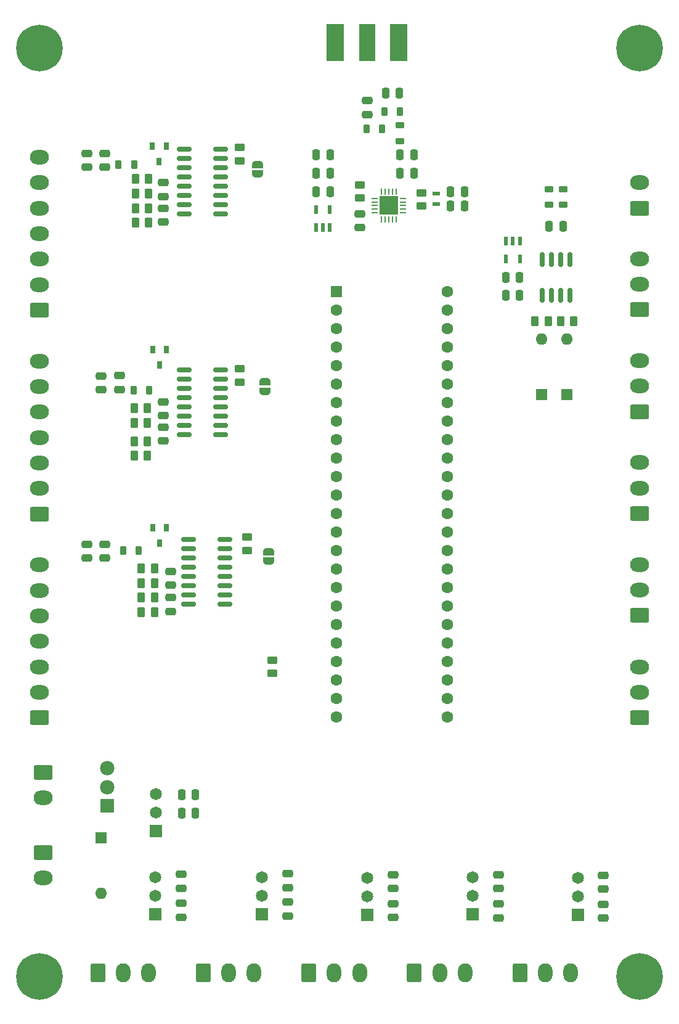
<source format=gbr>
%TF.GenerationSoftware,KiCad,Pcbnew,7.0.9*%
%TF.CreationDate,2024-08-13T21:33:33-05:00*%
%TF.ProjectId,TestStand,54657374-5374-4616-9e64-2e6b69636164,rev?*%
%TF.SameCoordinates,Original*%
%TF.FileFunction,Soldermask,Top*%
%TF.FilePolarity,Negative*%
%FSLAX46Y46*%
G04 Gerber Fmt 4.6, Leading zero omitted, Abs format (unit mm)*
G04 Created by KiCad (PCBNEW 7.0.9) date 2024-08-13 21:33:33*
%MOMM*%
%LPD*%
G01*
G04 APERTURE LIST*
G04 Aperture macros list*
%AMRoundRect*
0 Rectangle with rounded corners*
0 $1 Rounding radius*
0 $2 $3 $4 $5 $6 $7 $8 $9 X,Y pos of 4 corners*
0 Add a 4 corners polygon primitive as box body*
4,1,4,$2,$3,$4,$5,$6,$7,$8,$9,$2,$3,0*
0 Add four circle primitives for the rounded corners*
1,1,$1+$1,$2,$3*
1,1,$1+$1,$4,$5*
1,1,$1+$1,$6,$7*
1,1,$1+$1,$8,$9*
0 Add four rect primitives between the rounded corners*
20,1,$1+$1,$2,$3,$4,$5,0*
20,1,$1+$1,$4,$5,$6,$7,0*
20,1,$1+$1,$6,$7,$8,$9,0*
20,1,$1+$1,$8,$9,$2,$3,0*%
%AMFreePoly0*
4,1,19,0.500000,-0.750000,0.000000,-0.750000,0.000000,-0.744911,-0.071157,-0.744911,-0.207708,-0.704816,-0.327430,-0.627875,-0.420627,-0.520320,-0.479746,-0.390866,-0.500000,-0.250000,-0.500000,0.250000,-0.479746,0.390866,-0.420627,0.520320,-0.327430,0.627875,-0.207708,0.704816,-0.071157,0.744911,0.000000,0.744911,0.000000,0.750000,0.500000,0.750000,0.500000,-0.750000,0.500000,-0.750000,
$1*%
%AMFreePoly1*
4,1,19,0.000000,0.744911,0.071157,0.744911,0.207708,0.704816,0.327430,0.627875,0.420627,0.520320,0.479746,0.390866,0.500000,0.250000,0.500000,-0.250000,0.479746,-0.390866,0.420627,-0.520320,0.327430,-0.627875,0.207708,-0.704816,0.071157,-0.744911,0.000000,-0.744911,0.000000,-0.750000,-0.500000,-0.750000,-0.500000,0.750000,0.000000,0.750000,0.000000,0.744911,0.000000,0.744911,
$1*%
G04 Aperture macros list end*
%ADD10R,1.651000X1.651000*%
%ADD11C,1.651000*%
%ADD12R,1.600000X1.600000*%
%ADD13C,1.600000*%
%ADD14C,6.400000*%
%ADD15O,1.600000X1.600000*%
%ADD16RoundRect,0.250000X-1.050000X0.750000X-1.050000X-0.750000X1.050000X-0.750000X1.050000X0.750000X0*%
%ADD17O,2.600000X2.000000*%
%ADD18R,1.980000X1.980000*%
%ADD19C,1.980000*%
%ADD20RoundRect,0.250000X0.475000X-0.250000X0.475000X0.250000X-0.475000X0.250000X-0.475000X-0.250000X0*%
%ADD21RoundRect,0.250000X0.250000X0.475000X-0.250000X0.475000X-0.250000X-0.475000X0.250000X-0.475000X0*%
%ADD22RoundRect,0.250000X0.450000X-0.262500X0.450000X0.262500X-0.450000X0.262500X-0.450000X-0.262500X0*%
%ADD23R,1.100000X0.600000*%
%ADD24R,0.558800X1.270000*%
%ADD25RoundRect,0.062500X0.062500X-0.350000X0.062500X0.350000X-0.062500X0.350000X-0.062500X-0.350000X0*%
%ADD26RoundRect,0.062500X0.350000X-0.062500X0.350000X0.062500X-0.350000X0.062500X-0.350000X-0.062500X0*%
%ADD27R,2.500000X2.500000*%
%ADD28RoundRect,0.150000X-0.150000X0.825000X-0.150000X-0.825000X0.150000X-0.825000X0.150000X0.825000X0*%
%ADD29RoundRect,0.250000X-0.450000X0.262500X-0.450000X-0.262500X0.450000X-0.262500X0.450000X0.262500X0*%
%ADD30RoundRect,0.250000X0.262500X0.450000X-0.262500X0.450000X-0.262500X-0.450000X0.262500X-0.450000X0*%
%ADD31RoundRect,0.218750X0.218750X0.381250X-0.218750X0.381250X-0.218750X-0.381250X0.218750X-0.381250X0*%
%ADD32RoundRect,0.218750X0.381250X-0.218750X0.381250X0.218750X-0.381250X0.218750X-0.381250X-0.218750X0*%
%ADD33R,2.290000X5.080000*%
%ADD34R,2.420000X5.080000*%
%ADD35RoundRect,0.250000X1.050000X-0.750000X1.050000X0.750000X-1.050000X0.750000X-1.050000X-0.750000X0*%
%ADD36RoundRect,0.218750X-0.381250X0.218750X-0.381250X-0.218750X0.381250X-0.218750X0.381250X0.218750X0*%
%ADD37RoundRect,0.250000X-0.250000X-0.475000X0.250000X-0.475000X0.250000X0.475000X-0.250000X0.475000X0*%
%ADD38RoundRect,0.250000X-0.750000X-1.050000X0.750000X-1.050000X0.750000X1.050000X-0.750000X1.050000X0*%
%ADD39O,2.000000X2.600000*%
%ADD40FreePoly0,90.000000*%
%ADD41FreePoly1,90.000000*%
%ADD42RoundRect,0.250000X-0.262500X-0.450000X0.262500X-0.450000X0.262500X0.450000X-0.262500X0.450000X0*%
%ADD43R,0.650000X1.100000*%
%ADD44RoundRect,0.150000X-0.850000X-0.150000X0.850000X-0.150000X0.850000X0.150000X-0.850000X0.150000X0*%
%ADD45RoundRect,0.250000X-0.475000X0.250000X-0.475000X-0.250000X0.475000X-0.250000X0.475000X0.250000X0*%
%ADD46RoundRect,0.218750X-0.218750X-0.381250X0.218750X-0.381250X0.218750X0.381250X-0.218750X0.381250X0*%
G04 APERTURE END LIST*
D10*
%TO.C,CR6*%
X101500000Y-187080000D03*
D11*
X101500000Y-184540000D03*
X101500000Y-182000000D03*
%TD*%
D12*
%TO.C,U4*%
X68300000Y-101460000D03*
D13*
X68300000Y-104000000D03*
X68300000Y-106540000D03*
X68300000Y-109080000D03*
X68300000Y-111620000D03*
X68300000Y-114160000D03*
X68300000Y-116700000D03*
X68300000Y-119240000D03*
X68300000Y-121780000D03*
X68300000Y-124320000D03*
X68300000Y-126860000D03*
X68300000Y-129400000D03*
X68300000Y-131940000D03*
X68300000Y-134480000D03*
X68300000Y-137020000D03*
X68300000Y-139560000D03*
X68300000Y-142100000D03*
X68300000Y-144640000D03*
X68300000Y-147180000D03*
X68300000Y-149720000D03*
X68300000Y-152260000D03*
X68300000Y-154800000D03*
X68300000Y-157340000D03*
X68300000Y-159880000D03*
X83540000Y-159880000D03*
X83540000Y-157340000D03*
X83540000Y-154800000D03*
X83540000Y-152260000D03*
X83540000Y-149720000D03*
X83540000Y-147180000D03*
X83540000Y-144640000D03*
X83540000Y-142100000D03*
X83540000Y-139560000D03*
X83540000Y-137020000D03*
X83540000Y-134480000D03*
X83540000Y-131940000D03*
X83540000Y-129400000D03*
X83540000Y-126860000D03*
X83540000Y-124320000D03*
X83540000Y-121780000D03*
X83540000Y-119240000D03*
X83540000Y-116700000D03*
X83540000Y-114160000D03*
X83540000Y-111620000D03*
X83540000Y-109080000D03*
X83540000Y-106540000D03*
X83540000Y-104000000D03*
X83540000Y-101460000D03*
%TD*%
D14*
%TO.C,H4*%
X27500000Y-195500000D03*
%TD*%
%TO.C,H3*%
X110000000Y-195500000D03*
%TD*%
%TO.C,H2*%
X110000000Y-68000000D03*
%TD*%
%TO.C,H1*%
X27500000Y-68000000D03*
%TD*%
D12*
%TO.C,SW1*%
X36000000Y-176500000D03*
D15*
X36000000Y-184120000D03*
%TD*%
D16*
%TO.C,J17*%
X28000000Y-178500000D03*
D17*
X28000000Y-182000000D03*
%TD*%
D10*
%TO.C,CR5*%
X87000000Y-187000000D03*
D11*
X87000000Y-184460000D03*
X87000000Y-181920000D03*
%TD*%
D10*
%TO.C,CR4*%
X72500000Y-187050000D03*
D11*
X72500000Y-184510000D03*
X72500000Y-181970000D03*
%TD*%
%TO.C,CR3*%
X58068200Y-181857100D03*
X58068200Y-184397100D03*
D10*
X58068200Y-186937100D03*
%TD*%
%TO.C,CR2*%
X43431800Y-187000000D03*
D11*
X43431800Y-184460000D03*
X43431800Y-181920000D03*
%TD*%
D10*
%TO.C,CR1*%
X43500000Y-175580000D03*
D11*
X43500000Y-173040000D03*
X43500000Y-170500000D03*
%TD*%
D18*
%TO.C,IC1*%
X36770000Y-172050000D03*
D19*
X36770000Y-169500000D03*
X36770000Y-166950000D03*
%TD*%
D20*
%TO.C,C37*%
X105000000Y-183512900D03*
X105000000Y-181612900D03*
%TD*%
%TO.C,C36*%
X105000000Y-187512900D03*
X105000000Y-185612900D03*
%TD*%
%TO.C,C35*%
X90568200Y-181550000D03*
X90568200Y-183450000D03*
%TD*%
%TO.C,C34*%
X90568200Y-185550000D03*
X90568200Y-187450000D03*
%TD*%
%TO.C,C33*%
X76068200Y-183437100D03*
X76068200Y-181537100D03*
%TD*%
%TO.C,C32*%
X76068200Y-187437100D03*
X76068200Y-185537100D03*
%TD*%
%TO.C,C31*%
X61636400Y-183324200D03*
X61636400Y-181424200D03*
%TD*%
%TO.C,C30*%
X61636400Y-187224200D03*
X61636400Y-185324200D03*
%TD*%
%TO.C,C29*%
X47000000Y-183387100D03*
X47000000Y-181487100D03*
%TD*%
%TO.C,C28*%
X47000000Y-187387100D03*
X47000000Y-185487100D03*
%TD*%
D21*
%TO.C,C27*%
X48950000Y-173080000D03*
X47050000Y-173080000D03*
%TD*%
%TO.C,C26*%
X48950000Y-170580000D03*
X47050000Y-170580000D03*
%TD*%
D22*
%TO.C,R20*%
X59500000Y-153912500D03*
X59500000Y-152087500D03*
%TD*%
D16*
%TO.C,J16*%
X28000000Y-167500000D03*
D17*
X28000000Y-171000000D03*
%TD*%
D22*
%TO.C,R18*%
X71500000Y-88622500D03*
X71500000Y-86797500D03*
%TD*%
D23*
%TO.C,Y1*%
X82000000Y-89410000D03*
X82000000Y-88010000D03*
%TD*%
D24*
%TO.C,U8*%
X65500000Y-92648400D03*
X66452500Y-92648400D03*
X67405000Y-92648400D03*
X67405000Y-90210000D03*
X65500000Y-90210000D03*
%TD*%
D25*
%TO.C,U7*%
X74500000Y-91585000D03*
X75000000Y-91585000D03*
X75500000Y-91585000D03*
X76000000Y-91585000D03*
X76500000Y-91585000D03*
D26*
X77437500Y-90647500D03*
X77437500Y-90147500D03*
X77437500Y-89647500D03*
X77437500Y-89147500D03*
X77437500Y-88647500D03*
D25*
X76500000Y-87710000D03*
X76000000Y-87710000D03*
X75500000Y-87710000D03*
X75000000Y-87710000D03*
X74500000Y-87710000D03*
D26*
X73562500Y-88647500D03*
X73562500Y-89147500D03*
X73562500Y-89647500D03*
X73562500Y-90147500D03*
X73562500Y-90647500D03*
D27*
X75500000Y-89647500D03*
%TD*%
D28*
%TO.C,U6*%
X100405000Y-97025000D03*
X99135000Y-97025000D03*
X97865000Y-97025000D03*
X96595000Y-97025000D03*
X96595000Y-101975000D03*
X97865000Y-101975000D03*
X99135000Y-101975000D03*
X100405000Y-101975000D03*
%TD*%
D24*
%TO.C,U5*%
X93500000Y-94500000D03*
X92547500Y-94500000D03*
X91595000Y-94500000D03*
X91595000Y-96938400D03*
X93500000Y-96938400D03*
%TD*%
D29*
%TO.C,R19*%
X80000000Y-87885000D03*
X80000000Y-89710000D03*
%TD*%
D30*
%TO.C,R17*%
X100912500Y-105500000D03*
X99087500Y-105500000D03*
%TD*%
%TO.C,R16*%
X95587500Y-105500000D03*
X97412500Y-105500000D03*
%TD*%
D31*
%TO.C,L6*%
X74562500Y-79147500D03*
X72437500Y-79147500D03*
%TD*%
%TO.C,L5*%
X77062500Y-76710000D03*
X74937500Y-76710000D03*
%TD*%
D32*
%TO.C,L4*%
X77000000Y-80772500D03*
X77000000Y-78647500D03*
%TD*%
D33*
%TO.C,J15*%
X72500000Y-67280000D03*
D34*
X76880000Y-67280000D03*
X68120000Y-67280000D03*
%TD*%
D35*
%TO.C,J14*%
X110000000Y-90000000D03*
D17*
X110000000Y-86500000D03*
%TD*%
D36*
%TO.C,FB2*%
X99500000Y-87437500D03*
X99500000Y-89562500D03*
%TD*%
%TO.C,FB1*%
X97500000Y-87437500D03*
X97500000Y-89562500D03*
%TD*%
D12*
%TO.C,D2*%
X100000000Y-115620000D03*
D15*
X100000000Y-108000000D03*
%TD*%
D12*
%TO.C,D1*%
X96500000Y-115620000D03*
D15*
X96500000Y-108000000D03*
%TD*%
D21*
%TO.C,C25*%
X67450000Y-87710000D03*
X65550000Y-87710000D03*
%TD*%
%TO.C,C24*%
X67450000Y-85210000D03*
X65550000Y-85210000D03*
%TD*%
%TO.C,C23*%
X67450000Y-82710000D03*
X65550000Y-82710000D03*
%TD*%
%TO.C,C22*%
X76950000Y-74210000D03*
X75050000Y-74210000D03*
%TD*%
D20*
%TO.C,C21*%
X72500000Y-77160000D03*
X72500000Y-75260000D03*
%TD*%
D37*
%TO.C,C20*%
X77050000Y-85210000D03*
X78950000Y-85210000D03*
%TD*%
%TO.C,C19*%
X77050000Y-82710000D03*
X78950000Y-82710000D03*
%TD*%
%TO.C,C18*%
X84000000Y-89710000D03*
X85900000Y-89710000D03*
%TD*%
%TO.C,C17*%
X84000000Y-87710000D03*
X85900000Y-87710000D03*
%TD*%
D20*
%TO.C,C16*%
X71500000Y-92660000D03*
X71500000Y-90760000D03*
%TD*%
D21*
%TO.C,C15*%
X93450000Y-102000000D03*
X91550000Y-102000000D03*
%TD*%
%TO.C,C14*%
X93450000Y-99500000D03*
X91550000Y-99500000D03*
%TD*%
D37*
%TO.C,C13*%
X97550000Y-92500000D03*
X99450000Y-92500000D03*
%TD*%
D38*
%TO.C,J5*%
X50000000Y-195000000D03*
D39*
X53500000Y-195000000D03*
X57000000Y-195000000D03*
%TD*%
D35*
%TO.C,J12*%
X110000000Y-117950000D03*
D17*
X110000000Y-114450000D03*
X110000000Y-110950000D03*
%TD*%
D38*
%TO.C,J7*%
X79000000Y-195000000D03*
D39*
X82500000Y-195000000D03*
X86000000Y-195000000D03*
%TD*%
D40*
%TO.C,JP3*%
X59000000Y-138500000D03*
D41*
X59000000Y-137200000D03*
%TD*%
D35*
%TO.C,J13*%
X110000000Y-103950000D03*
D17*
X110000000Y-100450000D03*
X110000000Y-96950000D03*
%TD*%
D20*
%TO.C,C12*%
X45500000Y-141800000D03*
X45500000Y-139900000D03*
%TD*%
D42*
%TO.C,R2*%
X40675000Y-92000000D03*
X42500000Y-92000000D03*
%TD*%
D35*
%TO.C,J11*%
X110000000Y-131950000D03*
D17*
X110000000Y-128450000D03*
X110000000Y-124950000D03*
%TD*%
D40*
%TO.C,JP1*%
X57500000Y-85300000D03*
D41*
X57500000Y-84000000D03*
%TD*%
D43*
%TO.C,Q1*%
X44920000Y-81500000D03*
X43000000Y-81500000D03*
X43960000Y-83600000D03*
%TD*%
D42*
%TO.C,R3*%
X40675000Y-90000000D03*
X42500000Y-90000000D03*
%TD*%
D35*
%TO.C,J2*%
X27500000Y-132000000D03*
D17*
X27500000Y-128500000D03*
X27500000Y-125000000D03*
X27500000Y-121500000D03*
X27500000Y-118000000D03*
X27500000Y-114500000D03*
X27500000Y-111000000D03*
%TD*%
D44*
%TO.C,U1*%
X47387500Y-81915000D03*
X47387500Y-83185000D03*
X47387500Y-84455000D03*
X47387500Y-85725000D03*
X47387500Y-86995000D03*
X47387500Y-88265000D03*
X47387500Y-89535000D03*
X47387500Y-90805000D03*
X52387500Y-90805000D03*
X52387500Y-89535000D03*
X52387500Y-88265000D03*
X52387500Y-86995000D03*
X52387500Y-85725000D03*
X52387500Y-84455000D03*
X52387500Y-83185000D03*
X52387500Y-81915000D03*
%TD*%
D20*
%TO.C,C10*%
X36500000Y-138050000D03*
X36500000Y-136150000D03*
%TD*%
D42*
%TO.C,R8*%
X40500000Y-122000000D03*
X42325000Y-122000000D03*
%TD*%
D45*
%TO.C,C7*%
X44500000Y-120050000D03*
X44500000Y-121950000D03*
%TD*%
D22*
%TO.C,R15*%
X56000000Y-137000000D03*
X56000000Y-135175000D03*
%TD*%
D38*
%TO.C,J8*%
X93500000Y-195000000D03*
D39*
X97000000Y-195000000D03*
X100500000Y-195000000D03*
%TD*%
D46*
%TO.C,L1*%
X38375000Y-84000000D03*
X40500000Y-84000000D03*
%TD*%
D40*
%TO.C,JP2*%
X58500000Y-115150000D03*
D41*
X58500000Y-113850000D03*
%TD*%
D20*
%TO.C,C2*%
X44500000Y-88400000D03*
X44500000Y-86500000D03*
%TD*%
%TO.C,C6*%
X38500000Y-114900000D03*
X38500000Y-113000000D03*
%TD*%
D44*
%TO.C,U3*%
X48000000Y-135500000D03*
X48000000Y-136770000D03*
X48000000Y-138040000D03*
X48000000Y-139310000D03*
X48000000Y-140580000D03*
X48000000Y-141850000D03*
X48000000Y-143120000D03*
X48000000Y-144390000D03*
X53000000Y-144390000D03*
X53000000Y-143120000D03*
X53000000Y-141850000D03*
X53000000Y-140580000D03*
X53000000Y-139310000D03*
X53000000Y-138040000D03*
X53000000Y-136770000D03*
X53000000Y-135500000D03*
%TD*%
D42*
%TO.C,R14*%
X41500000Y-139500000D03*
X43325000Y-139500000D03*
%TD*%
D22*
%TO.C,R10*%
X55000000Y-113912500D03*
X55000000Y-112087500D03*
%TD*%
D42*
%TO.C,R11*%
X41500000Y-141500000D03*
X43325000Y-141500000D03*
%TD*%
%TO.C,R12*%
X41500000Y-145500000D03*
X43325000Y-145500000D03*
%TD*%
D20*
%TO.C,C4*%
X34000000Y-84400000D03*
X34000000Y-82500000D03*
%TD*%
D42*
%TO.C,R5*%
X40675000Y-86000000D03*
X42500000Y-86000000D03*
%TD*%
%TO.C,R6*%
X40500000Y-119500000D03*
X42325000Y-119500000D03*
%TD*%
D20*
%TO.C,C8*%
X44500000Y-118500000D03*
X44500000Y-116600000D03*
%TD*%
D38*
%TO.C,J4*%
X35500000Y-195000000D03*
D39*
X39000000Y-195000000D03*
X42500000Y-195000000D03*
%TD*%
D20*
%TO.C,C9*%
X34000000Y-138050000D03*
X34000000Y-136150000D03*
%TD*%
D46*
%TO.C,L2*%
X40437500Y-115000000D03*
X42562500Y-115000000D03*
%TD*%
D22*
%TO.C,R1*%
X55000000Y-83500000D03*
X55000000Y-81675000D03*
%TD*%
D35*
%TO.C,J9*%
X110000000Y-160000000D03*
D17*
X110000000Y-156500000D03*
X110000000Y-153000000D03*
%TD*%
D42*
%TO.C,R7*%
X40500000Y-124000000D03*
X42325000Y-124000000D03*
%TD*%
D35*
%TO.C,J10*%
X110000000Y-145950000D03*
D17*
X110000000Y-142450000D03*
X110000000Y-138950000D03*
%TD*%
D20*
%TO.C,C3*%
X36500000Y-84400000D03*
X36500000Y-82500000D03*
%TD*%
%TO.C,C5*%
X36000000Y-114950000D03*
X36000000Y-113050000D03*
%TD*%
D45*
%TO.C,C1*%
X44500000Y-90000000D03*
X44500000Y-91900000D03*
%TD*%
D43*
%TO.C,Q2*%
X44960000Y-109400000D03*
X43040000Y-109400000D03*
X44000000Y-111500000D03*
%TD*%
%TO.C,Q3*%
X44960000Y-133900000D03*
X43040000Y-133900000D03*
X44000000Y-136000000D03*
%TD*%
D42*
%TO.C,R4*%
X40675000Y-88000000D03*
X42500000Y-88000000D03*
%TD*%
D35*
%TO.C,J1*%
X27500000Y-104000000D03*
D17*
X27500000Y-100500000D03*
X27500000Y-97000000D03*
X27500000Y-93500000D03*
X27500000Y-90000000D03*
X27500000Y-86500000D03*
X27500000Y-83000000D03*
%TD*%
D38*
%TO.C,J6*%
X64500000Y-195000000D03*
D39*
X68000000Y-195000000D03*
X71500000Y-195000000D03*
%TD*%
D42*
%TO.C,R13*%
X41500000Y-143500000D03*
X43325000Y-143500000D03*
%TD*%
D45*
%TO.C,C11*%
X45500000Y-143500000D03*
X45500000Y-145400000D03*
%TD*%
D46*
%TO.C,L3*%
X39000000Y-137000000D03*
X41125000Y-137000000D03*
%TD*%
D35*
%TO.C,J3*%
X27500000Y-160000000D03*
D17*
X27500000Y-156500000D03*
X27500000Y-153000000D03*
X27500000Y-149500000D03*
X27500000Y-146000000D03*
X27500000Y-142500000D03*
X27500000Y-139000000D03*
%TD*%
D44*
%TO.C,U2*%
X47387500Y-112230000D03*
X47387500Y-113500000D03*
X47387500Y-114770000D03*
X47387500Y-116040000D03*
X47387500Y-117310000D03*
X47387500Y-118580000D03*
X47387500Y-119850000D03*
X47387500Y-121120000D03*
X52387500Y-121120000D03*
X52387500Y-119850000D03*
X52387500Y-118580000D03*
X52387500Y-117310000D03*
X52387500Y-116040000D03*
X52387500Y-114770000D03*
X52387500Y-113500000D03*
X52387500Y-112230000D03*
%TD*%
D42*
%TO.C,R9*%
X40500000Y-117500000D03*
X42325000Y-117500000D03*
%TD*%
M02*

</source>
